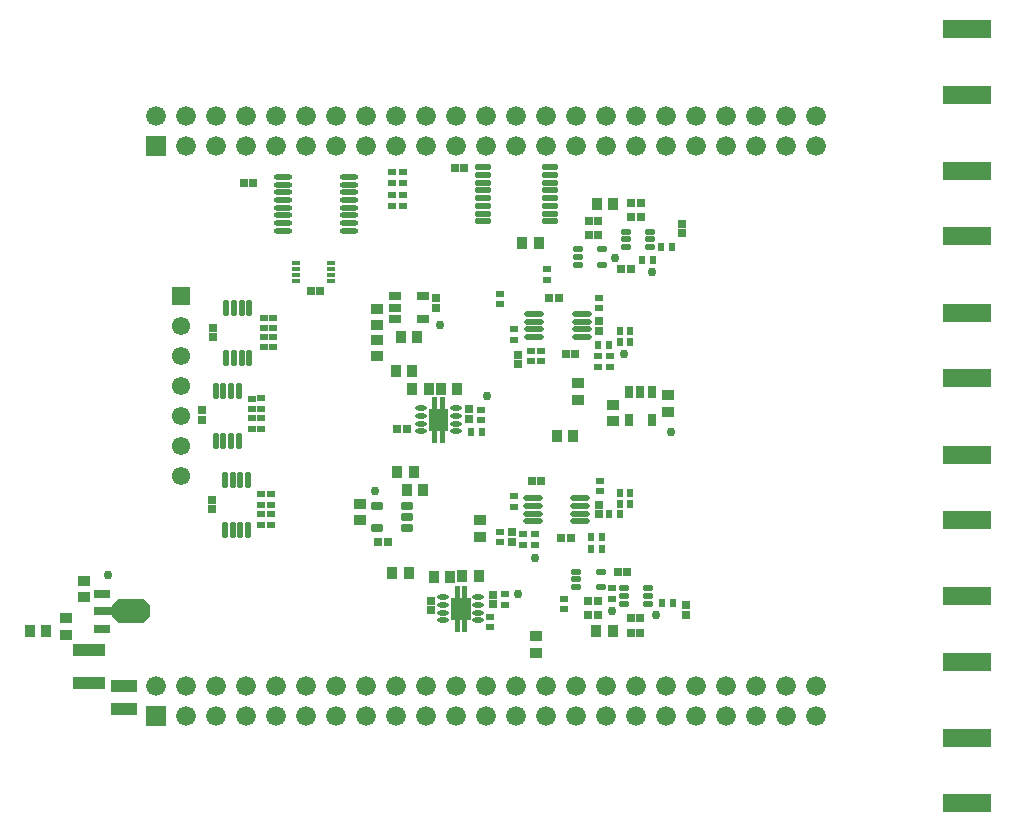
<source format=gbr>
G04 Layer_Color=16711935*
%FSLAX26Y26*%
%MOIN*%
%TF.FileFunction,Soldermask,Bot*%
%TF.Part,Single*%
G01*
G75*
%TA.AperFunction,SMDPad,CuDef*%
G04:AMPARAMS|DCode=111|XSize=27.559mil|YSize=37.402mil|CornerRadius=4.902mil|HoleSize=0mil|Usage=FLASHONLY|Rotation=90.000|XOffset=0mil|YOffset=0mil|HoleType=Round|Shape=RoundedRectangle|*
%AMROUNDEDRECTD111*
21,1,0.027559,0.027599,0,0,90.0*
21,1,0.017756,0.037402,0,0,90.0*
1,1,0.009803,0.013799,0.008878*
1,1,0.009803,0.013799,-0.008878*
1,1,0.009803,-0.013799,-0.008878*
1,1,0.009803,-0.013799,0.008878*
%
%ADD111ROUNDEDRECTD111*%
G04:AMPARAMS|DCode=112|XSize=21.65mil|YSize=53.15mil|CornerRadius=4.921mil|HoleSize=0mil|Usage=FLASHONLY|Rotation=90.000|XOffset=0mil|YOffset=0mil|HoleType=Round|Shape=RoundedRectangle|*
%AMROUNDEDRECTD112*
21,1,0.021650,0.043308,0,0,90.0*
21,1,0.011808,0.053150,0,0,90.0*
1,1,0.009842,0.021654,0.005904*
1,1,0.009842,0.021654,-0.005904*
1,1,0.009842,-0.021654,-0.005904*
1,1,0.009842,-0.021654,0.005904*
%
%ADD112ROUNDEDRECTD112*%
G04:AMPARAMS|DCode=113|XSize=21.614mil|YSize=51.181mil|CornerRadius=4.681mil|HoleSize=0mil|Usage=FLASHONLY|Rotation=0.000|XOffset=0mil|YOffset=0mil|HoleType=Round|Shape=RoundedRectangle|*
%AMROUNDEDRECTD113*
21,1,0.021614,0.041820,0,0,0.0*
21,1,0.012253,0.051181,0,0,0.0*
1,1,0.009361,0.006127,-0.020910*
1,1,0.009361,-0.006127,-0.020910*
1,1,0.009361,-0.006127,0.020910*
1,1,0.009361,0.006127,0.020910*
%
%ADD113ROUNDEDRECTD113*%
G04:AMPARAMS|DCode=114|XSize=21.614mil|YSize=31.496mil|CornerRadius=4.916mil|HoleSize=0mil|Usage=FLASHONLY|Rotation=270.000|XOffset=0mil|YOffset=0mil|HoleType=Round|Shape=RoundedRectangle|*
%AMROUNDEDRECTD114*
21,1,0.021614,0.021663,0,0,270.0*
21,1,0.011781,0.031496,0,0,270.0*
1,1,0.009833,-0.010832,-0.005891*
1,1,0.009833,-0.010832,0.005891*
1,1,0.009833,0.010832,0.005891*
1,1,0.009833,0.010832,-0.005891*
%
%ADD114ROUNDEDRECTD114*%
%ADD115R,0.026378X0.026378*%
%ADD116R,0.053150X0.025591*%
%ADD117R,0.068898X0.025591*%
G04:AMPARAMS|DCode=118|XSize=76.772mil|YSize=124.016mil|CornerRadius=0mil|HoleSize=0mil|Usage=FLASHONLY|Rotation=270.000|XOffset=0mil|YOffset=0mil|HoleType=Round|Shape=Octagon|*
%AMOCTAGOND118*
4,1,8,0.062008,0.019193,0.062008,-0.019193,0.042815,-0.038386,-0.042815,-0.038386,-0.062008,-0.019193,-0.062008,0.019193,-0.042815,0.038386,0.042815,0.038386,0.062008,0.019193,0.0*
%
%ADD118OCTAGOND118*%

%ADD119C,0.029528*%
%ADD120R,0.037402X0.041339*%
%ADD121R,0.027559X0.023622*%
%ADD122R,0.026378X0.026378*%
%ADD123R,0.041339X0.037402*%
%ADD124R,0.041339X0.033465*%
%ADD125R,0.041339X0.029528*%
%ADD126R,0.033465X0.041339*%
%ADD127R,0.023622X0.027559*%
%ADD128O,0.061024X0.019685*%
G04:AMPARAMS|DCode=129|XSize=15.748mil|YSize=29.528mil|CornerRadius=4.921mil|HoleSize=0mil|Usage=FLASHONLY|Rotation=270.000|XOffset=0mil|YOffset=0mil|HoleType=Round|Shape=RoundedRectangle|*
%AMROUNDEDRECTD129*
21,1,0.015748,0.019685,0,0,270.0*
21,1,0.005905,0.029528,0,0,270.0*
1,1,0.009843,-0.009842,-0.002953*
1,1,0.009843,-0.009842,0.002953*
1,1,0.009843,0.009842,0.002953*
1,1,0.009843,0.009842,-0.002953*
%
%ADD129ROUNDEDRECTD129*%
%ADD130R,0.031496X0.041339*%
%ADD131R,0.064567X0.074409*%
%ADD132O,0.038976X0.017323*%
%ADD133O,0.064961X0.021614*%
%ADD134R,0.108268X0.043307*%
%ADD135R,0.087795X0.044488*%
%ADD136R,0.161417X0.064961*%
%TA.AperFunction,ComponentPad*%
%ADD137C,0.061024*%
%ADD138R,0.061024X0.061024*%
%ADD139C,0.065906*%
%ADD140R,0.065906X0.065906*%
G36*
X4810078Y3510604D02*
X4810500Y3510503D01*
X4810901Y3510337D01*
X4811271Y3510110D01*
X4811601Y3509829D01*
X4811882Y3509499D01*
X4812109Y3509129D01*
X4812275Y3508728D01*
X4812376Y3508306D01*
X4812410Y3507874D01*
Y3470284D01*
X4820867D01*
X4821299Y3470250D01*
X4821721Y3470149D01*
X4822122Y3469983D01*
X4822492Y3469756D01*
X4822821Y3469474D01*
X4823103Y3469144D01*
X4823330Y3468775D01*
X4823496Y3468374D01*
X4823597Y3467952D01*
X4823631Y3467520D01*
Y3398622D01*
X4823597Y3398190D01*
X4823496Y3397768D01*
X4823330Y3397367D01*
X4823103Y3396997D01*
X4822821Y3396667D01*
X4822492Y3396386D01*
X4822122Y3396159D01*
X4821721Y3395993D01*
X4821299Y3395892D01*
X4820867Y3395858D01*
X4812410D01*
Y3358268D01*
X4812376Y3357835D01*
X4812275Y3357414D01*
X4812109Y3357013D01*
X4811882Y3356643D01*
X4811601Y3356313D01*
X4811271Y3356031D01*
X4810901Y3355805D01*
X4810500Y3355639D01*
X4810078Y3355537D01*
X4809646Y3355503D01*
X4798622D01*
X4798190Y3355537D01*
X4797768Y3355639D01*
X4797367Y3355805D01*
X4796997Y3356031D01*
X4796668Y3356313D01*
X4796386Y3356643D01*
X4796159Y3357013D01*
X4795993Y3357414D01*
X4795892Y3357835D01*
X4795858Y3358268D01*
Y3395858D01*
X4786820D01*
Y3358268D01*
X4786786Y3357835D01*
X4786685Y3357414D01*
X4786519Y3357013D01*
X4786292Y3356643D01*
X4786010Y3356313D01*
X4785680Y3356031D01*
X4785310Y3355805D01*
X4784910Y3355639D01*
X4784488Y3355537D01*
X4784056Y3355503D01*
X4773032D01*
X4772600Y3355537D01*
X4772178Y3355639D01*
X4771777Y3355805D01*
X4771407Y3356031D01*
X4771077Y3356313D01*
X4770796Y3356643D01*
X4770569Y3357013D01*
X4770403Y3357414D01*
X4770301Y3357835D01*
X4770267Y3358268D01*
Y3395858D01*
X4761811D01*
X4761379Y3395892D01*
X4760957Y3395993D01*
X4760556Y3396159D01*
X4760186Y3396386D01*
X4759857Y3396667D01*
X4759575Y3396997D01*
X4759348Y3397367D01*
X4759182Y3397768D01*
X4759081Y3398190D01*
X4759047Y3398622D01*
Y3467520D01*
X4759081Y3467952D01*
X4759182Y3468374D01*
X4759348Y3468775D01*
X4759575Y3469144D01*
X4759857Y3469474D01*
X4760186Y3469756D01*
X4760556Y3469983D01*
X4760957Y3470149D01*
X4761379Y3470250D01*
X4761811Y3470284D01*
X4770267D01*
Y3507874D01*
X4770301Y3508306D01*
X4770403Y3508728D01*
X4770569Y3509129D01*
X4770796Y3509499D01*
X4771077Y3509829D01*
X4771407Y3510110D01*
X4771777Y3510337D01*
X4772178Y3510503D01*
X4772600Y3510604D01*
X4773032Y3510638D01*
X4784056D01*
X4784488Y3510604D01*
X4784910Y3510503D01*
X4785310Y3510337D01*
X4785680Y3510110D01*
X4786010Y3509829D01*
X4786292Y3509499D01*
X4786519Y3509129D01*
X4786685Y3508728D01*
X4786786Y3508306D01*
X4786820Y3507874D01*
Y3470284D01*
X4795858D01*
Y3507874D01*
X4795892Y3508306D01*
X4795993Y3508728D01*
X4796159Y3509129D01*
X4796386Y3509499D01*
X4796668Y3509829D01*
X4796997Y3510110D01*
X4797367Y3510337D01*
X4797768Y3510503D01*
X4798190Y3510604D01*
X4798622Y3510638D01*
X4809646D01*
X4810078Y3510604D01*
D02*
G37*
G36*
X4735275Y4140526D02*
X4735697Y4140424D01*
X4736097Y4140258D01*
X4736467Y4140032D01*
X4736797Y4139750D01*
X4737079Y4139420D01*
X4737305Y4139050D01*
X4737471Y4138650D01*
X4737573Y4138228D01*
X4737607Y4137795D01*
Y4100205D01*
X4746063D01*
X4746495Y4100171D01*
X4746917Y4100070D01*
X4747318Y4099904D01*
X4747688Y4099677D01*
X4748018Y4099396D01*
X4748299Y4099066D01*
X4748526Y4098696D01*
X4748692Y4098295D01*
X4748793Y4097873D01*
X4748827Y4097441D01*
Y4028543D01*
X4748793Y4028111D01*
X4748692Y4027689D01*
X4748526Y4027288D01*
X4748299Y4026919D01*
X4748018Y4026589D01*
X4747688Y4026307D01*
X4747318Y4026080D01*
X4746917Y4025914D01*
X4746495Y4025813D01*
X4746063Y4025779D01*
X4737607D01*
Y3988189D01*
X4737573Y3987757D01*
X4737471Y3987335D01*
X4737305Y3986934D01*
X4737079Y3986564D01*
X4736797Y3986234D01*
X4736467Y3985953D01*
X4736097Y3985726D01*
X4735697Y3985560D01*
X4735275Y3985459D01*
X4734842Y3985425D01*
X4723819D01*
X4723386Y3985459D01*
X4722965Y3985560D01*
X4722564Y3985726D01*
X4722194Y3985953D01*
X4721864Y3986234D01*
X4721582Y3986564D01*
X4721356Y3986934D01*
X4721190Y3987335D01*
X4721088Y3987757D01*
X4721054Y3988189D01*
Y4025779D01*
X4712016D01*
Y3988189D01*
X4711982Y3987757D01*
X4711881Y3987335D01*
X4711715Y3986934D01*
X4711488Y3986564D01*
X4711207Y3986234D01*
X4710877Y3985953D01*
X4710507Y3985726D01*
X4710106Y3985560D01*
X4709684Y3985459D01*
X4709252Y3985425D01*
X4698228D01*
X4697796Y3985459D01*
X4697374Y3985560D01*
X4696973Y3985726D01*
X4696603Y3985953D01*
X4696274Y3986234D01*
X4695992Y3986564D01*
X4695765Y3986934D01*
X4695599Y3987335D01*
X4695498Y3987757D01*
X4695464Y3988189D01*
Y4025779D01*
X4687008D01*
X4686575Y4025813D01*
X4686154Y4025914D01*
X4685753Y4026080D01*
X4685383Y4026307D01*
X4685053Y4026589D01*
X4684771Y4026919D01*
X4684545Y4027288D01*
X4684379Y4027689D01*
X4684277Y4028111D01*
X4684243Y4028543D01*
Y4097441D01*
X4684277Y4097873D01*
X4684379Y4098295D01*
X4684545Y4098696D01*
X4684771Y4099066D01*
X4685053Y4099396D01*
X4685383Y4099677D01*
X4685753Y4099904D01*
X4686154Y4100070D01*
X4686575Y4100171D01*
X4687008Y4100205D01*
X4695464D01*
Y4137795D01*
X4695498Y4138228D01*
X4695599Y4138650D01*
X4695765Y4139050D01*
X4695992Y4139420D01*
X4696274Y4139750D01*
X4696603Y4140032D01*
X4696973Y4140258D01*
X4697374Y4140424D01*
X4697796Y4140526D01*
X4698228Y4140560D01*
X4709252D01*
X4709684Y4140526D01*
X4710106Y4140424D01*
X4710507Y4140258D01*
X4710877Y4140032D01*
X4711207Y4139750D01*
X4711488Y4139420D01*
X4711715Y4139050D01*
X4711881Y4138650D01*
X4711982Y4138228D01*
X4712016Y4137795D01*
Y4100205D01*
X4721054D01*
Y4137795D01*
X4721088Y4138228D01*
X4721190Y4138650D01*
X4721356Y4139050D01*
X4721582Y4139420D01*
X4721864Y4139750D01*
X4722194Y4140032D01*
X4722564Y4140258D01*
X4722965Y4140424D01*
X4723386Y4140526D01*
X4723819Y4140560D01*
X4734842D01*
X4735275Y4140526D01*
D02*
G37*
D111*
X4613189Y3777559D02*
D03*
Y3740157D02*
D03*
Y3702756D02*
D03*
X4512795D02*
D03*
Y3777559D02*
D03*
D112*
X4864173Y4725394D02*
D03*
Y4750984D02*
D03*
Y4776575D02*
D03*
Y4802165D02*
D03*
Y4827756D02*
D03*
Y4853346D02*
D03*
Y4878937D02*
D03*
Y4904528D02*
D03*
X5088583Y4725394D02*
D03*
Y4750984D02*
D03*
Y4776575D02*
D03*
Y4802165D02*
D03*
Y4827756D02*
D03*
Y4853346D02*
D03*
Y4878937D02*
D03*
Y4904528D02*
D03*
D113*
X4081831Y3695866D02*
D03*
X4056240D02*
D03*
X4030650D02*
D03*
X4005059D02*
D03*
X4081831Y3863189D02*
D03*
X4056240D02*
D03*
X4030650D02*
D03*
X4005059D02*
D03*
X4050335Y3993110D02*
D03*
X4024744D02*
D03*
X3999154D02*
D03*
X3973563D02*
D03*
X4050335Y4160433D02*
D03*
X4024744D02*
D03*
X3999154D02*
D03*
X3973563D02*
D03*
X4085768Y4268701D02*
D03*
X4060178D02*
D03*
X4034587D02*
D03*
X4008997D02*
D03*
X4085768Y4436024D02*
D03*
X4060178D02*
D03*
X4034587D02*
D03*
X4008997D02*
D03*
D114*
X5176181Y3505905D02*
D03*
Y3531496D02*
D03*
Y3557087D02*
D03*
X5256890D02*
D03*
Y3505905D02*
D03*
X5180118Y4580709D02*
D03*
Y4606299D02*
D03*
Y4631890D02*
D03*
X5260827D02*
D03*
Y4580709D02*
D03*
X5422244Y4639764D02*
D03*
Y4665354D02*
D03*
Y4690945D02*
D03*
X5341535D02*
D03*
Y4665354D02*
D03*
Y4639764D02*
D03*
X5333661Y3501969D02*
D03*
Y3476378D02*
D03*
Y3450787D02*
D03*
X5414370D02*
D03*
Y3476378D02*
D03*
Y3501969D02*
D03*
D115*
X3964567Y4370079D02*
D03*
Y4338583D02*
D03*
X3929134Y4094488D02*
D03*
Y4062992D02*
D03*
X3960630Y3797244D02*
D03*
Y3765748D02*
D03*
X4708661Y4468504D02*
D03*
Y4437008D02*
D03*
X4818898Y4098425D02*
D03*
Y4066929D02*
D03*
X5253319Y4391732D02*
D03*
Y4360236D02*
D03*
X4980315Y4279528D02*
D03*
Y4248032D02*
D03*
X4692913Y3429134D02*
D03*
Y3460630D02*
D03*
X4897638Y3480315D02*
D03*
Y3448819D02*
D03*
X5543307Y3444882D02*
D03*
Y3413386D02*
D03*
X5527559Y4685039D02*
D03*
Y4716535D02*
D03*
X5251968Y3779528D02*
D03*
Y3748032D02*
D03*
X4960630Y3688976D02*
D03*
Y3657480D02*
D03*
D116*
X3594488Y3366142D02*
D03*
Y3484252D02*
D03*
D117*
X3602362Y3425197D02*
D03*
D118*
X3692913D02*
D03*
D119*
X3614173Y3547244D02*
D03*
X4503937Y3826772D02*
D03*
X5492126Y4023622D02*
D03*
X4877953Y4141732D02*
D03*
X4980315Y3484252D02*
D03*
X5295276Y3425197D02*
D03*
X5429134Y4555118D02*
D03*
X5440945Y3413386D02*
D03*
X5305118Y4604331D02*
D03*
X5039370Y3602362D02*
D03*
X5334646Y4281496D02*
D03*
X4720472Y4377953D02*
D03*
D120*
X3354331Y3358268D02*
D03*
X3409449D02*
D03*
X4629921Y4224409D02*
D03*
X4574803D02*
D03*
X5165354Y4007874D02*
D03*
X5110236D02*
D03*
X4578740Y3889764D02*
D03*
X4633858D02*
D03*
X5242480Y3357914D02*
D03*
X5297598D02*
D03*
X4562992Y3551181D02*
D03*
X4618110D02*
D03*
X5243831Y4781850D02*
D03*
X5298949D02*
D03*
D121*
X4125984Y3779527D02*
D03*
Y3814961D02*
D03*
X4158603Y3779527D02*
D03*
Y3814961D02*
D03*
X4125984Y3748032D02*
D03*
Y3712599D02*
D03*
X4158603Y3748032D02*
D03*
Y3712599D02*
D03*
X4094488Y4098425D02*
D03*
Y4133858D02*
D03*
X4125984Y4100394D02*
D03*
Y4135827D02*
D03*
X4094488Y4068898D02*
D03*
Y4033465D02*
D03*
X4125984Y4068898D02*
D03*
Y4033465D02*
D03*
X4133858Y4368110D02*
D03*
Y4403543D02*
D03*
X4165354Y4368110D02*
D03*
Y4403543D02*
D03*
Y4340551D02*
D03*
Y4305118D02*
D03*
X4133858Y4340551D02*
D03*
Y4305118D02*
D03*
X4858268Y4096457D02*
D03*
Y4061024D02*
D03*
X4598425Y4887795D02*
D03*
Y4852362D02*
D03*
X4562992Y4852362D02*
D03*
Y4887795D02*
D03*
Y4812992D02*
D03*
Y4777559D02*
D03*
X4598425Y4777559D02*
D03*
Y4812992D02*
D03*
X5251968Y4470472D02*
D03*
Y4435039D02*
D03*
X4922610Y4484252D02*
D03*
Y4448819D02*
D03*
X5250000Y4274973D02*
D03*
Y4239540D02*
D03*
X5289370Y4239540D02*
D03*
Y4274973D02*
D03*
X5023622Y4257874D02*
D03*
Y4293307D02*
D03*
X4969855Y4366142D02*
D03*
Y4330708D02*
D03*
X4937008Y3482283D02*
D03*
Y3446850D02*
D03*
X4889764Y3407480D02*
D03*
Y3372047D02*
D03*
X5295276Y3466535D02*
D03*
Y3501968D02*
D03*
X5255905Y3860236D02*
D03*
Y3824803D02*
D03*
X4921260Y3655512D02*
D03*
Y3690945D02*
D03*
X5000000Y3647638D02*
D03*
Y3683071D02*
D03*
X4968504Y3773622D02*
D03*
Y3809055D02*
D03*
X5059055Y4293307D02*
D03*
Y4257874D02*
D03*
X5039370Y3647638D02*
D03*
Y3683071D02*
D03*
X5078740Y4529528D02*
D03*
Y4564961D02*
D03*
X5133858Y3431102D02*
D03*
Y3466535D02*
D03*
D122*
X4322835Y4492126D02*
D03*
X4291339D02*
D03*
X4610236Y4031496D02*
D03*
X4578740D02*
D03*
X4098425Y4854331D02*
D03*
X4066929D02*
D03*
X4803150Y4901575D02*
D03*
X4771654D02*
D03*
X5141732Y4283465D02*
D03*
X5173228D02*
D03*
X5086614Y4468504D02*
D03*
X5118110D02*
D03*
X4515748Y3657480D02*
D03*
X4547244D02*
D03*
X5248032Y3460630D02*
D03*
X5216535D02*
D03*
X5358268Y3401575D02*
D03*
X5389764D02*
D03*
X5314961Y3555118D02*
D03*
X5346457D02*
D03*
X5358268Y3354331D02*
D03*
X5389764D02*
D03*
X5357283Y4566929D02*
D03*
X5325787D02*
D03*
X5249382Y4726378D02*
D03*
X5217886D02*
D03*
X5248032Y3413386D02*
D03*
X5216535D02*
D03*
X5391114Y4785433D02*
D03*
X5359618D02*
D03*
X5157480Y3669291D02*
D03*
X5125984D02*
D03*
X5027559Y3858268D02*
D03*
X5059055D02*
D03*
X5249382Y4679134D02*
D03*
X5217886D02*
D03*
X5391114Y4738189D02*
D03*
X5359618D02*
D03*
D123*
X4511811Y4275591D02*
D03*
Y4330709D02*
D03*
D124*
X4511811Y4433071D02*
D03*
Y4377953D02*
D03*
X5299212Y4059055D02*
D03*
Y4114173D02*
D03*
X5480315Y4090551D02*
D03*
Y4145669D02*
D03*
X4456693Y3783465D02*
D03*
Y3728347D02*
D03*
X5043307Y3342520D02*
D03*
Y3287402D02*
D03*
X3476378Y3346457D02*
D03*
Y3401575D02*
D03*
X3535433Y3472441D02*
D03*
Y3527559D02*
D03*
X4854331Y3728347D02*
D03*
Y3673228D02*
D03*
X5181102Y4129921D02*
D03*
Y4185039D02*
D03*
D125*
X4665354Y4399606D02*
D03*
Y4474409D02*
D03*
X4570866D02*
D03*
Y4437008D02*
D03*
Y4399606D02*
D03*
D126*
X4645669Y4338583D02*
D03*
X4590551D02*
D03*
X4779528Y4165354D02*
D03*
X4724409D02*
D03*
X4629921Y4165354D02*
D03*
X4685039D02*
D03*
X4610236Y3830709D02*
D03*
X4665354D02*
D03*
X4700787Y3539370D02*
D03*
X4755905D02*
D03*
X4795276Y3543307D02*
D03*
X4850394D02*
D03*
X4996063Y4653543D02*
D03*
X5051181D02*
D03*
D127*
X4860236Y4023622D02*
D03*
X4824803D02*
D03*
X5320866Y4358268D02*
D03*
X5356299D02*
D03*
X5356299Y4322835D02*
D03*
X5320866D02*
D03*
X5462598Y3452756D02*
D03*
X5498031D02*
D03*
X5458661Y4637795D02*
D03*
X5494094D02*
D03*
X5431102Y4594488D02*
D03*
X5395669D02*
D03*
X5356299Y3783465D02*
D03*
X5320866D02*
D03*
X5320866Y3818898D02*
D03*
X5356299D02*
D03*
X5261811Y3633858D02*
D03*
X5226378D02*
D03*
X5226378Y3673228D02*
D03*
X5261811D02*
D03*
X5285433Y4311024D02*
D03*
X5250000D02*
D03*
X5320866Y3748032D02*
D03*
X5285433D02*
D03*
D128*
X4196850Y4693898D02*
D03*
Y4719488D02*
D03*
Y4745079D02*
D03*
Y4770669D02*
D03*
Y4796260D02*
D03*
Y4821850D02*
D03*
Y4847441D02*
D03*
Y4873032D02*
D03*
X4417323Y4693898D02*
D03*
Y4719488D02*
D03*
Y4745079D02*
D03*
Y4770669D02*
D03*
Y4796260D02*
D03*
Y4821850D02*
D03*
Y4847441D02*
D03*
Y4873032D02*
D03*
D129*
X4240158Y4525591D02*
D03*
Y4545275D02*
D03*
Y4564961D02*
D03*
Y4584646D02*
D03*
X4358268Y4525591D02*
D03*
Y4545275D02*
D03*
Y4564961D02*
D03*
Y4584646D02*
D03*
D130*
X5352362Y4157480D02*
D03*
X5389764D02*
D03*
X5427165D02*
D03*
Y4062992D02*
D03*
X5352362D02*
D03*
D131*
X4791339Y3433071D02*
D03*
X4716535Y4062992D02*
D03*
D132*
X4733268Y3471457D02*
D03*
Y3445866D02*
D03*
Y3420276D02*
D03*
Y3394685D02*
D03*
X4849410D02*
D03*
Y3420276D02*
D03*
Y3445866D02*
D03*
Y3471457D02*
D03*
X4774606Y4101378D02*
D03*
Y4075787D02*
D03*
Y4050197D02*
D03*
Y4024606D02*
D03*
X4658465D02*
D03*
Y4050197D02*
D03*
Y4075787D02*
D03*
Y4101378D02*
D03*
D133*
X5034449Y4339567D02*
D03*
Y4365158D02*
D03*
Y4390748D02*
D03*
Y4416339D02*
D03*
X5193898Y4339567D02*
D03*
Y4365158D02*
D03*
Y4390748D02*
D03*
Y4416339D02*
D03*
X5030512Y3725394D02*
D03*
Y3750984D02*
D03*
Y3776575D02*
D03*
Y3802165D02*
D03*
X5189961Y3725394D02*
D03*
Y3750984D02*
D03*
Y3776575D02*
D03*
Y3802165D02*
D03*
D134*
X3551181Y3295276D02*
D03*
Y3185039D02*
D03*
D135*
X3669291Y3177559D02*
D03*
Y3098032D02*
D03*
D136*
X6477362Y3002756D02*
D03*
Y2784646D02*
D03*
Y5364960D02*
D03*
Y5146850D02*
D03*
Y4420079D02*
D03*
Y4201968D02*
D03*
Y3947638D02*
D03*
Y3729528D02*
D03*
Y3475197D02*
D03*
Y3257087D02*
D03*
Y4892520D02*
D03*
Y4674409D02*
D03*
D137*
X3858268Y4176378D02*
D03*
Y4376378D02*
D03*
Y4276378D02*
D03*
Y4076378D02*
D03*
Y3976378D02*
D03*
Y3876378D02*
D03*
D138*
Y4476378D02*
D03*
D139*
X5975000Y5075000D02*
D03*
X5875000D02*
D03*
X5775000D02*
D03*
X5675000D02*
D03*
X5575000D02*
D03*
X5475000D02*
D03*
X5375000D02*
D03*
X5275000D02*
D03*
X5175000D02*
D03*
X5075000D02*
D03*
X4975000D02*
D03*
X4875000D02*
D03*
X4775000D02*
D03*
X4675000D02*
D03*
X4575000D02*
D03*
X4475000D02*
D03*
X4375000D02*
D03*
X4275000D02*
D03*
X4175000D02*
D03*
X4075000D02*
D03*
X3975000D02*
D03*
X3875000D02*
D03*
X3775000D02*
D03*
X5975000Y4975000D02*
D03*
X5875000D02*
D03*
X5775000D02*
D03*
X5675000D02*
D03*
X5575000D02*
D03*
X5475000D02*
D03*
X5375000D02*
D03*
X5275000D02*
D03*
X5175000D02*
D03*
X5075000D02*
D03*
X4975000D02*
D03*
X4875000D02*
D03*
X4775000D02*
D03*
X4675000D02*
D03*
X4575000D02*
D03*
X4475000D02*
D03*
X4375000D02*
D03*
X4275000D02*
D03*
X4175000D02*
D03*
X4075000D02*
D03*
X3975000D02*
D03*
X3875000D02*
D03*
Y3075000D02*
D03*
X3975000D02*
D03*
X4075000D02*
D03*
X4175000D02*
D03*
X4275000D02*
D03*
X4375000D02*
D03*
X4475000D02*
D03*
X4575000D02*
D03*
X4675000D02*
D03*
X4775000D02*
D03*
X4875000D02*
D03*
X4975000D02*
D03*
X5075000D02*
D03*
X5175000D02*
D03*
X5275000D02*
D03*
X5375000D02*
D03*
X5475000D02*
D03*
X5575000D02*
D03*
X5675000D02*
D03*
X5775000D02*
D03*
X5875000D02*
D03*
X5975000D02*
D03*
X3775000Y3175000D02*
D03*
X3875000D02*
D03*
X3975000D02*
D03*
X4075000D02*
D03*
X4175000D02*
D03*
X4275000D02*
D03*
X4375000D02*
D03*
X4475000D02*
D03*
X4575000D02*
D03*
X4675000D02*
D03*
X4775000D02*
D03*
X4875000D02*
D03*
X4975000D02*
D03*
X5075000D02*
D03*
X5175000D02*
D03*
X5275000D02*
D03*
X5375000D02*
D03*
X5475000D02*
D03*
X5575000D02*
D03*
X5675000D02*
D03*
X5775000D02*
D03*
X5875000D02*
D03*
X5975000D02*
D03*
D140*
X3775000Y4975000D02*
D03*
Y3075000D02*
D03*
%TF.MD5,b0ee6ecac036cf5a56c628f5a8b27637*%
M02*

</source>
